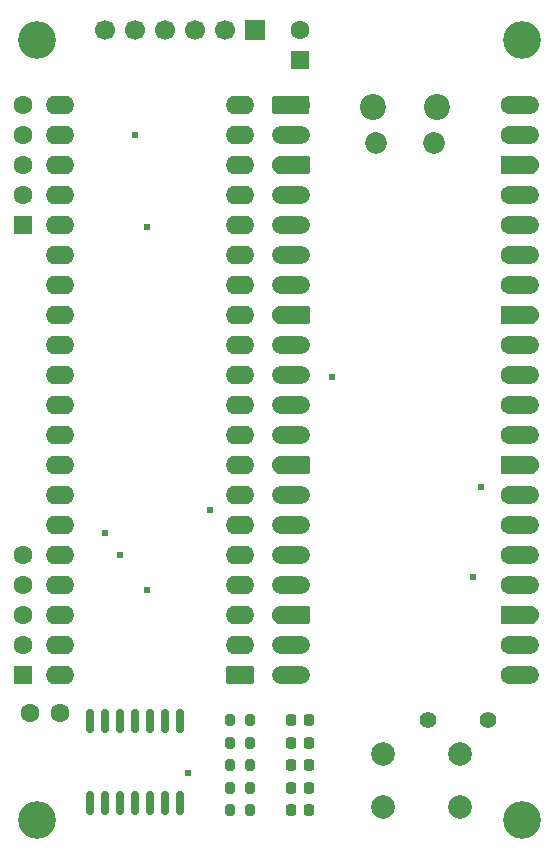
<source format=gts>
G04 #@! TF.GenerationSoftware,KiCad,Pcbnew,9.0.4-9.0.4-0~ubuntu22.04.1*
G04 #@! TF.CreationDate,2025-10-25T09:08:59+09:00*
G04 #@! TF.ProjectId,Pico2MEMEmuCosmac,5069636f-324d-4454-9d45-6d75436f736d,1.0*
G04 #@! TF.SameCoordinates,PX68e7780PY7270e00*
G04 #@! TF.FileFunction,Soldermask,Top*
G04 #@! TF.FilePolarity,Negative*
%FSLAX46Y46*%
G04 Gerber Fmt 4.6, Leading zero omitted, Abs format (unit mm)*
G04 Created by KiCad (PCBNEW 9.0.4-9.0.4-0~ubuntu22.04.1) date 2025-10-25 09:08:59*
%MOMM*%
%LPD*%
G01*
G04 APERTURE LIST*
G04 Aperture macros list*
%AMRoundRect*
0 Rectangle with rounded corners*
0 $1 Rounding radius*
0 $2 $3 $4 $5 $6 $7 $8 $9 X,Y pos of 4 corners*
0 Add a 4 corners polygon primitive as box body*
4,1,4,$2,$3,$4,$5,$6,$7,$8,$9,$2,$3,0*
0 Add four circle primitives for the rounded corners*
1,1,$1+$1,$2,$3*
1,1,$1+$1,$4,$5*
1,1,$1+$1,$6,$7*
1,1,$1+$1,$8,$9*
0 Add four rect primitives between the rounded corners*
20,1,$1+$1,$2,$3,$4,$5,0*
20,1,$1+$1,$4,$5,$6,$7,0*
20,1,$1+$1,$6,$7,$8,$9,0*
20,1,$1+$1,$8,$9,$2,$3,0*%
%AMFreePoly0*
4,1,37,0.800000,0.796148,0.878414,0.796148,1.032228,0.765552,1.177117,0.705537,1.307515,0.618408,1.418408,0.507515,1.505537,0.377117,1.565552,0.232228,1.596148,0.078414,1.596148,-0.078414,1.565552,-0.232228,1.505537,-0.377117,1.418408,-0.507515,1.307515,-0.618408,1.177117,-0.705537,1.032228,-0.765552,0.878414,-0.796148,0.800000,-0.796148,0.800000,-0.800000,-1.400000,-0.800000,
-1.403843,-0.796157,-1.439018,-0.796157,-1.511114,-0.766294,-1.566294,-0.711114,-1.596157,-0.639018,-1.596157,-0.603843,-1.600000,-0.600000,-1.600000,0.600000,-1.596157,0.603843,-1.596157,0.639018,-1.566294,0.711114,-1.511114,0.766294,-1.439018,0.796157,-1.403843,0.796157,-1.400000,0.800000,0.800000,0.800000,0.800000,0.796148,0.800000,0.796148,$1*%
%AMFreePoly1*
4,1,37,0.000000,0.796148,0.078414,0.796148,0.232228,0.765552,0.377117,0.705537,0.507515,0.618408,0.618408,0.507515,0.705537,0.377117,0.765552,0.232228,0.796148,0.078414,0.796148,-0.078414,0.765552,-0.232228,0.705537,-0.377117,0.618408,-0.507515,0.507515,-0.618408,0.377117,-0.705537,0.232228,-0.765552,0.078414,-0.796148,0.000000,-0.796148,0.000000,-0.800000,-0.600000,-0.800000,
-0.603843,-0.796157,-0.639018,-0.796157,-0.711114,-0.766294,-0.766294,-0.711114,-0.796157,-0.639018,-0.796157,-0.603843,-0.800000,-0.600000,-0.800000,0.600000,-0.796157,0.603843,-0.796157,0.639018,-0.766294,0.711114,-0.711114,0.766294,-0.639018,0.796157,-0.603843,0.796157,-0.600000,0.800000,0.000000,0.800000,0.000000,0.796148,0.000000,0.796148,$1*%
%AMFreePoly2*
4,1,37,0.603843,0.796157,0.639018,0.796157,0.711114,0.766294,0.766294,0.711114,0.796157,0.639018,0.796157,0.603843,0.800000,0.600000,0.800000,-0.600000,0.796157,-0.603843,0.796157,-0.639018,0.766294,-0.711114,0.711114,-0.766294,0.639018,-0.796157,0.603843,-0.796157,0.600000,-0.800000,0.000000,-0.800000,0.000000,-0.796148,-0.078414,-0.796148,-0.232228,-0.765552,-0.377117,-0.705537,
-0.507515,-0.618408,-0.618408,-0.507515,-0.705537,-0.377117,-0.765552,-0.232228,-0.796148,-0.078414,-0.796148,0.078414,-0.765552,0.232228,-0.705537,0.377117,-0.618408,0.507515,-0.507515,0.618408,-0.377117,0.705537,-0.232228,0.765552,-0.078414,0.796148,0.000000,0.796148,0.000000,0.800000,0.600000,0.800000,0.603843,0.796157,0.603843,0.796157,$1*%
%AMFreePoly3*
4,1,37,1.403843,0.796157,1.439018,0.796157,1.511114,0.766294,1.566294,0.711114,1.596157,0.639018,1.596157,0.603843,1.600000,0.600000,1.600000,-0.600000,1.596157,-0.603843,1.596157,-0.639018,1.566294,-0.711114,1.511114,-0.766294,1.439018,-0.796157,1.403843,-0.796157,1.400000,-0.800000,-0.800000,-0.800000,-0.800000,-0.796148,-0.878414,-0.796148,-1.032228,-0.765552,-1.177117,-0.705537,
-1.307515,-0.618408,-1.418408,-0.507515,-1.505537,-0.377117,-1.565552,-0.232228,-1.596148,-0.078414,-1.596148,0.078414,-1.565552,0.232228,-1.505537,0.377117,-1.418408,0.507515,-1.307515,0.618408,-1.177117,0.705537,-1.032228,0.765552,-0.878414,0.796148,-0.800000,0.796148,-0.800000,0.800000,1.400000,0.800000,1.403843,0.796157,1.403843,0.796157,$1*%
G04 Aperture macros list end*
%ADD10RoundRect,0.150000X0.150000X-0.837500X0.150000X0.837500X-0.150000X0.837500X-0.150000X-0.837500X0*%
%ADD11RoundRect,0.250000X0.950000X0.550000X-0.950000X0.550000X-0.950000X-0.550000X0.950000X-0.550000X0*%
%ADD12O,2.400000X1.600000*%
%ADD13RoundRect,0.800000X-0.800000X-0.000010X0.800000X-0.000010X0.800000X0.000010X-0.800000X0.000010X0*%
%ADD14C,1.600000*%
%ADD15FreePoly0,0.000000*%
%ADD16FreePoly1,0.000000*%
%ADD17FreePoly2,0.000000*%
%ADD18FreePoly3,0.000000*%
%ADD19RoundRect,0.200000X-0.600000X-0.600000X0.600000X-0.600000X0.600000X0.600000X-0.600000X0.600000X0*%
%ADD20C,2.200000*%
%ADD21C,1.850000*%
%ADD22RoundRect,0.218750X0.218750X0.256250X-0.218750X0.256250X-0.218750X-0.256250X0.218750X-0.256250X0*%
%ADD23RoundRect,0.200000X-0.200000X-0.275000X0.200000X-0.275000X0.200000X0.275000X-0.200000X0.275000X0*%
%ADD24RoundRect,0.250000X0.550000X-0.550000X0.550000X0.550000X-0.550000X0.550000X-0.550000X-0.550000X0*%
%ADD25C,3.200000*%
%ADD26C,2.000000*%
%ADD27R,1.600000X1.600000*%
%ADD28R,1.700000X1.700000*%
%ADD29C,1.700000*%
%ADD30C,1.400000*%
%ADD31C,0.605000*%
G04 APERTURE END LIST*
D10*
X7475000Y4430000D03*
X8745000Y4430000D03*
X10015000Y4430000D03*
X11285000Y4430000D03*
X12555000Y4430000D03*
X13825000Y4430000D03*
X15095000Y4430000D03*
X15095000Y11355000D03*
X13825000Y11355000D03*
X12555000Y11355000D03*
X11285000Y11355000D03*
X10015000Y11355000D03*
X8745000Y11355000D03*
X7475000Y11355000D03*
D11*
X20175000Y15225000D03*
D12*
X20175000Y17765000D03*
X20175000Y20305000D03*
X20175000Y22845000D03*
X20175000Y25385000D03*
X20175000Y27925000D03*
X20175000Y30465000D03*
X20175000Y33005000D03*
X20175000Y35545000D03*
X20175000Y38085000D03*
X20175000Y40625000D03*
X20175000Y43165000D03*
X20175000Y45705000D03*
X20175000Y48245000D03*
X20175000Y50785000D03*
X20175000Y53325000D03*
X20175000Y55865000D03*
X20175000Y58405000D03*
X20175000Y60945000D03*
X20175000Y63485000D03*
X4935000Y63485000D03*
X4935000Y60945000D03*
X4935000Y58405000D03*
X4935000Y55865000D03*
X4935000Y53325000D03*
X4935000Y50785000D03*
X4935000Y48245000D03*
X4935000Y45705000D03*
X4935000Y43165000D03*
X4935000Y40625000D03*
X4935000Y38085000D03*
X4935000Y35545000D03*
X4935000Y33005000D03*
X4935000Y30465000D03*
X4935000Y27925000D03*
X4935000Y25385000D03*
X4935000Y22845000D03*
X4935000Y20305000D03*
X4935000Y17765000D03*
X4935000Y15225000D03*
D13*
X43835000Y63485000D03*
D14*
X43035000Y63485000D03*
D13*
X43835000Y60945000D03*
D14*
X43035000Y60945000D03*
D15*
X43835000Y58405000D03*
D16*
X43035000Y58405000D03*
D13*
X43835000Y55865000D03*
D14*
X43035000Y55865000D03*
D13*
X43835000Y53325000D03*
D14*
X43035000Y53325000D03*
D13*
X43835000Y50785000D03*
D14*
X43035000Y50785000D03*
D13*
X43835000Y48245000D03*
D14*
X43035000Y48245000D03*
D15*
X43835000Y45705000D03*
D16*
X43035000Y45705000D03*
D13*
X43835000Y43165000D03*
D14*
X43035000Y43165000D03*
D13*
X43835000Y40625000D03*
D14*
X43035000Y40625000D03*
D13*
X43835000Y38085000D03*
D14*
X43035000Y38085000D03*
D13*
X43835000Y35545000D03*
D14*
X43035000Y35545000D03*
D15*
X43835000Y33005000D03*
D16*
X43035000Y33005000D03*
D13*
X43835000Y30465000D03*
D14*
X43035000Y30465000D03*
D13*
X43835000Y27925000D03*
D14*
X43035000Y27925000D03*
D13*
X43835000Y25385000D03*
D14*
X43035000Y25385000D03*
D13*
X43835000Y22845000D03*
D14*
X43035000Y22845000D03*
D15*
X43835000Y20305000D03*
D16*
X43035000Y20305000D03*
D13*
X43835000Y17765000D03*
D14*
X43035000Y17765000D03*
D13*
X43835000Y15225000D03*
D14*
X43035000Y15225000D03*
X25255000Y15225000D03*
D13*
X24455000Y15225000D03*
D14*
X25255000Y17765000D03*
D13*
X24455000Y17765000D03*
D17*
X25255000Y20305000D03*
D18*
X24455000Y20305000D03*
D14*
X25255000Y22845000D03*
D13*
X24455000Y22845000D03*
D14*
X25255000Y25385000D03*
D13*
X24455000Y25385000D03*
D14*
X25255000Y27925000D03*
D13*
X24455000Y27925000D03*
D14*
X25255000Y30465000D03*
D13*
X24455000Y30465000D03*
D17*
X25255000Y33005000D03*
D18*
X24455000Y33005000D03*
D14*
X25255000Y35545000D03*
D13*
X24455000Y35545000D03*
D14*
X25255000Y38085000D03*
D13*
X24455000Y38085000D03*
D14*
X25255000Y40625000D03*
D13*
X24455000Y40625000D03*
D14*
X25255000Y43165000D03*
D13*
X24455000Y43165000D03*
D17*
X25255000Y45705000D03*
D18*
X24455000Y45705000D03*
D14*
X25255000Y48245000D03*
D13*
X24455000Y48245000D03*
D14*
X25255000Y50785000D03*
D13*
X24455000Y50785000D03*
D14*
X25255000Y53325000D03*
D13*
X24455000Y53325000D03*
D14*
X25255000Y55865000D03*
D13*
X24455000Y55865000D03*
D17*
X25255000Y58405000D03*
D18*
X24455000Y58405000D03*
D14*
X25255000Y60945000D03*
D13*
X24455000Y60945000D03*
D19*
X25255000Y63485000D03*
D15*
X24455000Y63485000D03*
D20*
X36870000Y63355000D03*
D21*
X36570000Y60325000D03*
X31720000Y60325000D03*
D20*
X31420000Y63355000D03*
D22*
X24467500Y3795000D03*
X26042500Y3795000D03*
X24467500Y5700000D03*
X26042500Y5700000D03*
X24467500Y7605000D03*
X26042500Y7605000D03*
D23*
X21000000Y3795000D03*
X19350000Y3795000D03*
D22*
X24467500Y11415000D03*
X26042500Y11415000D03*
D23*
X21000000Y11415000D03*
X19350000Y11415000D03*
X21000000Y9510000D03*
X19350000Y9510000D03*
D22*
X24467500Y9510000D03*
X26042500Y9510000D03*
D23*
X21000000Y7605000D03*
X19350000Y7605000D03*
X21000000Y5700000D03*
X19350000Y5700000D03*
D24*
X25255000Y67295000D03*
D14*
X25255000Y69835000D03*
D25*
X44000000Y69000000D03*
D26*
X32250000Y8585000D03*
X38750000Y8585000D03*
X32250000Y4085000D03*
X38750000Y4085000D03*
D25*
X3000000Y69000000D03*
D27*
X1760000Y53325000D03*
D14*
X1760000Y55865000D03*
X1760000Y58405000D03*
X1760000Y60945000D03*
X1760000Y63485000D03*
D27*
X1760000Y15225000D03*
D14*
X1760000Y17765000D03*
X1760000Y20305000D03*
X1760000Y22845000D03*
X1760000Y25385000D03*
D25*
X3000000Y3000000D03*
D28*
X21445000Y69835000D03*
D29*
X18905000Y69835000D03*
X16365000Y69835000D03*
X13825000Y69835000D03*
X11285000Y69835000D03*
X8745000Y69835000D03*
D25*
X44000000Y3000000D03*
D14*
X4915000Y12050000D03*
X2415000Y12050000D03*
D30*
X36050000Y11415000D03*
X41130000Y11415000D03*
D31*
X15788045Y6911955D03*
X12259400Y22463000D03*
X12259400Y53180500D03*
X11285000Y60945000D03*
X39860000Y23522550D03*
X40581714Y31129376D03*
X27925000Y40513400D03*
X17635000Y29195000D03*
X10015000Y25385000D03*
X8745000Y27290000D03*
M02*

</source>
